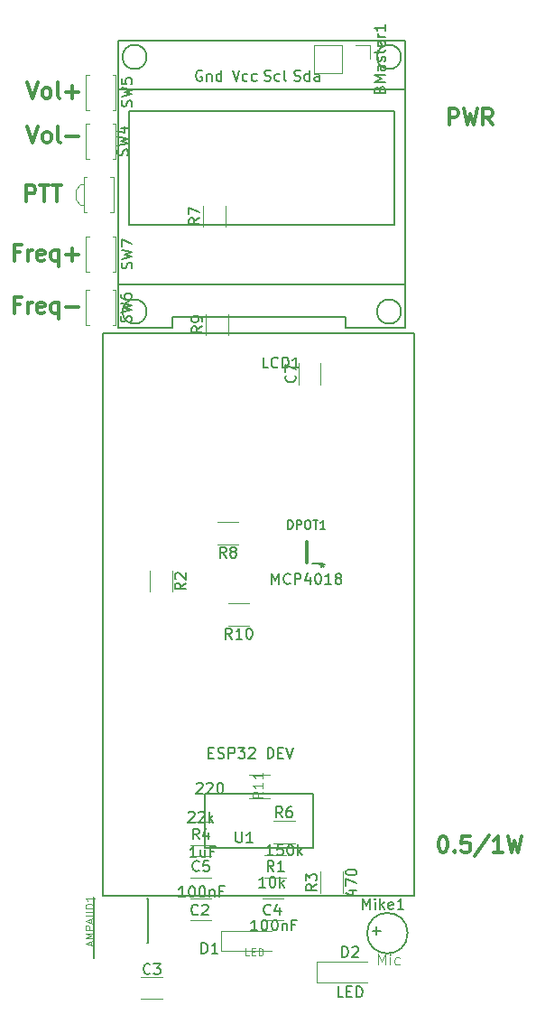
<source format=gto>
G04 #@! TF.FileFunction,Legend,Top*
%FSLAX46Y46*%
G04 Gerber Fmt 4.6, Leading zero omitted, Abs format (unit mm)*
G04 Created by KiCad (PCBNEW 4.0.4-stable) date 08/15/17 20:15:11*
%MOMM*%
%LPD*%
G01*
G04 APERTURE LIST*
%ADD10C,0.100000*%
%ADD11C,0.150000*%
%ADD12C,0.300000*%
%ADD13C,0.120000*%
%ADD14C,0.350000*%
G04 APERTURE END LIST*
D10*
D11*
X138400000Y-113502381D02*
X138400000Y-113740476D01*
X138161905Y-113645238D02*
X138400000Y-113740476D01*
X138638096Y-113645238D01*
X138257143Y-113930952D02*
X138400000Y-113740476D01*
X138542858Y-113930952D01*
D12*
X150275000Y-72453571D02*
X150275000Y-70953571D01*
X150846428Y-70953571D01*
X150989286Y-71025000D01*
X151060714Y-71096429D01*
X151132143Y-71239286D01*
X151132143Y-71453571D01*
X151060714Y-71596429D01*
X150989286Y-71667857D01*
X150846428Y-71739286D01*
X150275000Y-71739286D01*
X151632143Y-70953571D02*
X151989286Y-72453571D01*
X152275000Y-71382143D01*
X152560714Y-72453571D01*
X152917857Y-70953571D01*
X154346429Y-72453571D02*
X153846429Y-71739286D01*
X153489286Y-72453571D02*
X153489286Y-70953571D01*
X154060714Y-70953571D01*
X154203572Y-71025000D01*
X154275000Y-71096429D01*
X154346429Y-71239286D01*
X154346429Y-71453571D01*
X154275000Y-71596429D01*
X154203572Y-71667857D01*
X154060714Y-71739286D01*
X153489286Y-71739286D01*
X149650000Y-139153571D02*
X149792857Y-139153571D01*
X149935714Y-139225000D01*
X150007143Y-139296429D01*
X150078572Y-139439286D01*
X150150000Y-139725000D01*
X150150000Y-140082143D01*
X150078572Y-140367857D01*
X150007143Y-140510714D01*
X149935714Y-140582143D01*
X149792857Y-140653571D01*
X149650000Y-140653571D01*
X149507143Y-140582143D01*
X149435714Y-140510714D01*
X149364286Y-140367857D01*
X149292857Y-140082143D01*
X149292857Y-139725000D01*
X149364286Y-139439286D01*
X149435714Y-139296429D01*
X149507143Y-139225000D01*
X149650000Y-139153571D01*
X150792857Y-140510714D02*
X150864285Y-140582143D01*
X150792857Y-140653571D01*
X150721428Y-140582143D01*
X150792857Y-140510714D01*
X150792857Y-140653571D01*
X152221429Y-139153571D02*
X151507143Y-139153571D01*
X151435714Y-139867857D01*
X151507143Y-139796429D01*
X151650000Y-139725000D01*
X152007143Y-139725000D01*
X152150000Y-139796429D01*
X152221429Y-139867857D01*
X152292857Y-140010714D01*
X152292857Y-140367857D01*
X152221429Y-140510714D01*
X152150000Y-140582143D01*
X152007143Y-140653571D01*
X151650000Y-140653571D01*
X151507143Y-140582143D01*
X151435714Y-140510714D01*
X154007142Y-139082143D02*
X152721428Y-141010714D01*
X155292857Y-140653571D02*
X154435714Y-140653571D01*
X154864286Y-140653571D02*
X154864286Y-139153571D01*
X154721429Y-139367857D01*
X154578571Y-139510714D01*
X154435714Y-139582143D01*
X155792857Y-139153571D02*
X156150000Y-140653571D01*
X156435714Y-139582143D01*
X156721428Y-140653571D01*
X157078571Y-139153571D01*
X110000001Y-89317857D02*
X109500001Y-89317857D01*
X109500001Y-90103571D02*
X109500001Y-88603571D01*
X110214287Y-88603571D01*
X110785715Y-90103571D02*
X110785715Y-89103571D01*
X110785715Y-89389286D02*
X110857143Y-89246429D01*
X110928572Y-89175000D01*
X111071429Y-89103571D01*
X111214286Y-89103571D01*
X112285714Y-90032143D02*
X112142857Y-90103571D01*
X111857143Y-90103571D01*
X111714286Y-90032143D01*
X111642857Y-89889286D01*
X111642857Y-89317857D01*
X111714286Y-89175000D01*
X111857143Y-89103571D01*
X112142857Y-89103571D01*
X112285714Y-89175000D01*
X112357143Y-89317857D01*
X112357143Y-89460714D01*
X111642857Y-89603571D01*
X113642857Y-89103571D02*
X113642857Y-90603571D01*
X113642857Y-90032143D02*
X113500000Y-90103571D01*
X113214286Y-90103571D01*
X113071428Y-90032143D01*
X113000000Y-89960714D01*
X112928571Y-89817857D01*
X112928571Y-89389286D01*
X113000000Y-89246429D01*
X113071428Y-89175000D01*
X113214286Y-89103571D01*
X113500000Y-89103571D01*
X113642857Y-89175000D01*
X114357143Y-89532143D02*
X115500000Y-89532143D01*
X110000001Y-84417857D02*
X109500001Y-84417857D01*
X109500001Y-85203571D02*
X109500001Y-83703571D01*
X110214287Y-83703571D01*
X110785715Y-85203571D02*
X110785715Y-84203571D01*
X110785715Y-84489286D02*
X110857143Y-84346429D01*
X110928572Y-84275000D01*
X111071429Y-84203571D01*
X111214286Y-84203571D01*
X112285714Y-85132143D02*
X112142857Y-85203571D01*
X111857143Y-85203571D01*
X111714286Y-85132143D01*
X111642857Y-84989286D01*
X111642857Y-84417857D01*
X111714286Y-84275000D01*
X111857143Y-84203571D01*
X112142857Y-84203571D01*
X112285714Y-84275000D01*
X112357143Y-84417857D01*
X112357143Y-84560714D01*
X111642857Y-84703571D01*
X113642857Y-84203571D02*
X113642857Y-85703571D01*
X113642857Y-85132143D02*
X113500000Y-85203571D01*
X113214286Y-85203571D01*
X113071428Y-85132143D01*
X113000000Y-85060714D01*
X112928571Y-84917857D01*
X112928571Y-84489286D01*
X113000000Y-84346429D01*
X113071428Y-84275000D01*
X113214286Y-84203571D01*
X113500000Y-84203571D01*
X113642857Y-84275000D01*
X114357143Y-84632143D02*
X115500000Y-84632143D01*
X114928571Y-85203571D02*
X114928571Y-84060714D01*
X110614286Y-79628571D02*
X110614286Y-78128571D01*
X111185714Y-78128571D01*
X111328572Y-78200000D01*
X111400000Y-78271429D01*
X111471429Y-78414286D01*
X111471429Y-78628571D01*
X111400000Y-78771429D01*
X111328572Y-78842857D01*
X111185714Y-78914286D01*
X110614286Y-78914286D01*
X111900000Y-78128571D02*
X112757143Y-78128571D01*
X112328572Y-79628571D02*
X112328572Y-78128571D01*
X113042857Y-78128571D02*
X113900000Y-78128571D01*
X113471429Y-79628571D02*
X113471429Y-78128571D01*
X110725000Y-72603571D02*
X111225000Y-74103571D01*
X111725000Y-72603571D01*
X112439286Y-74103571D02*
X112296428Y-74032143D01*
X112225000Y-73960714D01*
X112153571Y-73817857D01*
X112153571Y-73389286D01*
X112225000Y-73246429D01*
X112296428Y-73175000D01*
X112439286Y-73103571D01*
X112653571Y-73103571D01*
X112796428Y-73175000D01*
X112867857Y-73246429D01*
X112939286Y-73389286D01*
X112939286Y-73817857D01*
X112867857Y-73960714D01*
X112796428Y-74032143D01*
X112653571Y-74103571D01*
X112439286Y-74103571D01*
X113796429Y-74103571D02*
X113653571Y-74032143D01*
X113582143Y-73889286D01*
X113582143Y-72603571D01*
X114367857Y-73532143D02*
X115510714Y-73532143D01*
X110700000Y-68478571D02*
X111200000Y-69978571D01*
X111700000Y-68478571D01*
X112414286Y-69978571D02*
X112271428Y-69907143D01*
X112200000Y-69835714D01*
X112128571Y-69692857D01*
X112128571Y-69264286D01*
X112200000Y-69121429D01*
X112271428Y-69050000D01*
X112414286Y-68978571D01*
X112628571Y-68978571D01*
X112771428Y-69050000D01*
X112842857Y-69121429D01*
X112914286Y-69264286D01*
X112914286Y-69692857D01*
X112842857Y-69835714D01*
X112771428Y-69907143D01*
X112628571Y-69978571D01*
X112414286Y-69978571D01*
X113771429Y-69978571D02*
X113628571Y-69907143D01*
X113557143Y-69764286D01*
X113557143Y-68478571D01*
X114342857Y-69407143D02*
X115485714Y-69407143D01*
X114914285Y-69978571D02*
X114914285Y-68835714D01*
D13*
X126000000Y-147020000D02*
X128000000Y-147020000D01*
X128000000Y-144980000D02*
X126000000Y-144980000D01*
X134750000Y-144980000D02*
X132750000Y-144980000D01*
X132750000Y-147020000D02*
X134750000Y-147020000D01*
X128000000Y-140980000D02*
X126000000Y-140980000D01*
X126000000Y-143020000D02*
X128000000Y-143020000D01*
X128900000Y-148050000D02*
X128900000Y-149950000D01*
X128900000Y-149950000D02*
X133600000Y-149950000D01*
X128900000Y-148050000D02*
X133600000Y-148050000D01*
D11*
X140586000Y-91500000D02*
X146174000Y-91500000D01*
X119250000Y-91500000D02*
X124330000Y-91500000D01*
X124330000Y-91500000D02*
X124330000Y-90484000D01*
X124330000Y-90484000D02*
X140586000Y-90484000D01*
X140586000Y-90484000D02*
X140586000Y-91500000D01*
X120266000Y-71180000D02*
X145158000Y-71180000D01*
X145158000Y-71180000D02*
X145158000Y-81848000D01*
X145158000Y-81848000D02*
X120266000Y-81848000D01*
X120266000Y-81848000D02*
X120266000Y-71180000D01*
X119250000Y-69148000D02*
X146174000Y-69148000D01*
X146174000Y-69148000D02*
X146174000Y-87436000D01*
X146174000Y-87436000D02*
X119250000Y-87436000D01*
X119250000Y-87436000D02*
X119250000Y-69148000D01*
X145785923Y-89976000D02*
G75*
G03X145785923Y-89976000I-1135923J0D01*
G01*
X121909923Y-89976000D02*
G75*
G03X121909923Y-89976000I-1135923J0D01*
G01*
X121909923Y-66100000D02*
G75*
G03X121909923Y-66100000I-1135923J0D01*
G01*
X145785923Y-66100000D02*
G75*
G03X145785923Y-66100000I-1135923J0D01*
G01*
X119250000Y-91500000D02*
X119250000Y-64576000D01*
X119250000Y-64576000D02*
X146174000Y-64576000D01*
X146174000Y-64576000D02*
X146174000Y-91500000D01*
X146397367Y-148250000D02*
G75*
G03X146397367Y-148250000I-1897367J0D01*
G01*
D13*
X135000000Y-143070000D02*
X133000000Y-143070000D01*
X133000000Y-140930000D02*
X135000000Y-140930000D01*
X122180000Y-116250000D02*
X122180000Y-114250000D01*
X124320000Y-114250000D02*
X124320000Y-116250000D01*
X140320000Y-142500000D02*
X140320000Y-144500000D01*
X138180000Y-144500000D02*
X138180000Y-142500000D01*
D11*
X147055000Y-92675000D02*
X147055000Y-92040000D01*
X147055000Y-92040000D02*
X117845000Y-92040000D01*
X117845000Y-92040000D02*
X117845000Y-92675000D01*
X117845000Y-137125000D02*
X117845000Y-92675000D01*
X147055000Y-144745000D02*
X147055000Y-92675000D01*
X117845000Y-137125000D02*
X117845000Y-144745000D01*
X117845000Y-144745000D02*
X147055000Y-144745000D01*
X127370000Y-135220000D02*
X137530000Y-135220000D01*
X137530000Y-135220000D02*
X137530000Y-140300000D01*
X137530000Y-140300000D02*
X127370000Y-140300000D01*
X127370000Y-140300000D02*
X127370000Y-135220000D01*
D13*
X126000000Y-137830000D02*
X128000000Y-137830000D01*
X128000000Y-139970000D02*
X126000000Y-139970000D01*
X135800000Y-139870000D02*
X133800000Y-139870000D01*
X133800000Y-137730000D02*
X135800000Y-137730000D01*
X123400000Y-152380000D02*
X121400000Y-152380000D01*
X121400000Y-154420000D02*
X123400000Y-154420000D01*
X136180000Y-94800000D02*
X136180000Y-96800000D01*
X138220000Y-96800000D02*
X138220000Y-94800000D01*
X129340000Y-80026000D02*
X129340000Y-82026000D01*
X127200000Y-82026000D02*
X127200000Y-80026000D01*
X128540000Y-109674000D02*
X130540000Y-109674000D01*
X130540000Y-111814000D02*
X128540000Y-111814000D01*
X129594000Y-90186000D02*
X129594000Y-92186000D01*
X127454000Y-92186000D02*
X127454000Y-90186000D01*
X129556000Y-117294000D02*
X131556000Y-117294000D01*
X131556000Y-119434000D02*
X129556000Y-119434000D01*
X115300000Y-79500000D02*
X115680000Y-80000000D01*
X115680000Y-80000000D02*
X116000000Y-80000000D01*
X115300000Y-79500000D02*
X115300000Y-78500000D01*
X115300000Y-78500000D02*
X115680000Y-78000000D01*
X115680000Y-78000000D02*
X116000000Y-78000000D01*
X118800000Y-80650000D02*
X118800000Y-77350000D01*
X118500000Y-80650000D02*
X118800000Y-80650000D01*
X118800000Y-77350000D02*
X118500000Y-77350000D01*
X116300000Y-80650000D02*
X116000000Y-80650000D01*
X116000000Y-80650000D02*
X116000000Y-77350000D01*
X116000000Y-77350000D02*
X116300000Y-77350000D01*
X118700000Y-75650000D02*
X119000000Y-75650000D01*
X119000000Y-75650000D02*
X119000000Y-72350000D01*
X119000000Y-72350000D02*
X118700000Y-72350000D01*
X116500000Y-75650000D02*
X116200000Y-75650000D01*
X116200000Y-75650000D02*
X116200000Y-72350000D01*
X116200000Y-72350000D02*
X116500000Y-72350000D01*
X116500000Y-67750000D02*
X116200000Y-67750000D01*
X116200000Y-67750000D02*
X116200000Y-71050000D01*
X116200000Y-71050000D02*
X116500000Y-71050000D01*
X118700000Y-67750000D02*
X119000000Y-67750000D01*
X119000000Y-67750000D02*
X119000000Y-71050000D01*
X119000000Y-71050000D02*
X118700000Y-71050000D01*
X118700000Y-91250000D02*
X119000000Y-91250000D01*
X119000000Y-91250000D02*
X119000000Y-87950000D01*
X119000000Y-87950000D02*
X118700000Y-87950000D01*
X116500000Y-91250000D02*
X116200000Y-91250000D01*
X116200000Y-91250000D02*
X116200000Y-87950000D01*
X116200000Y-87950000D02*
X116500000Y-87950000D01*
X116500000Y-82950000D02*
X116200000Y-82950000D01*
X116200000Y-82950000D02*
X116200000Y-86250000D01*
X116200000Y-86250000D02*
X116500000Y-86250000D01*
X118700000Y-82950000D02*
X119000000Y-82950000D01*
X119000000Y-82950000D02*
X119000000Y-86250000D01*
X119000000Y-86250000D02*
X118700000Y-86250000D01*
D11*
X138306000Y-113622000D02*
X137406000Y-113622000D01*
D14*
X136906000Y-113522000D02*
X136906000Y-111522000D01*
D13*
X140230000Y-64970000D02*
X137630000Y-64970000D01*
X137630000Y-64970000D02*
X137630000Y-67630000D01*
X137630000Y-67630000D02*
X140230000Y-67630000D01*
X140230000Y-67630000D02*
X140230000Y-64970000D01*
X141500000Y-64970000D02*
X142830000Y-64970000D01*
X142830000Y-64970000D02*
X142830000Y-66300000D01*
D11*
X116925000Y-149175000D02*
X116975000Y-149175000D01*
X116925000Y-145025000D02*
X117070000Y-145025000D01*
X122075000Y-145025000D02*
X121930000Y-145025000D01*
X122075000Y-149175000D02*
X121930000Y-149175000D01*
X116925000Y-149175000D02*
X116925000Y-145025000D01*
X122075000Y-149175000D02*
X122075000Y-145025000D01*
X116975000Y-149175000D02*
X116975000Y-150575000D01*
D13*
X137900000Y-150950000D02*
X137900000Y-152850000D01*
X137900000Y-152850000D02*
X142600000Y-152850000D01*
X137900000Y-150950000D02*
X142600000Y-150950000D01*
X133500000Y-135570000D02*
X131500000Y-135570000D01*
X131500000Y-133430000D02*
X133500000Y-133430000D01*
D11*
X126733334Y-146457143D02*
X126685715Y-146504762D01*
X126542858Y-146552381D01*
X126447620Y-146552381D01*
X126304762Y-146504762D01*
X126209524Y-146409524D01*
X126161905Y-146314286D01*
X126114286Y-146123810D01*
X126114286Y-145980952D01*
X126161905Y-145790476D01*
X126209524Y-145695238D01*
X126304762Y-145600000D01*
X126447620Y-145552381D01*
X126542858Y-145552381D01*
X126685715Y-145600000D01*
X126733334Y-145647619D01*
X127114286Y-145647619D02*
X127161905Y-145600000D01*
X127257143Y-145552381D01*
X127495239Y-145552381D01*
X127590477Y-145600000D01*
X127638096Y-145647619D01*
X127685715Y-145742857D01*
X127685715Y-145838095D01*
X127638096Y-145980952D01*
X127066667Y-146552381D01*
X127685715Y-146552381D01*
X125502381Y-144852381D02*
X124930952Y-144852381D01*
X125216666Y-144852381D02*
X125216666Y-143852381D01*
X125121428Y-143995238D01*
X125026190Y-144090476D01*
X124930952Y-144138095D01*
X126121428Y-143852381D02*
X126216667Y-143852381D01*
X126311905Y-143900000D01*
X126359524Y-143947619D01*
X126407143Y-144042857D01*
X126454762Y-144233333D01*
X126454762Y-144471429D01*
X126407143Y-144661905D01*
X126359524Y-144757143D01*
X126311905Y-144804762D01*
X126216667Y-144852381D01*
X126121428Y-144852381D01*
X126026190Y-144804762D01*
X125978571Y-144757143D01*
X125930952Y-144661905D01*
X125883333Y-144471429D01*
X125883333Y-144233333D01*
X125930952Y-144042857D01*
X125978571Y-143947619D01*
X126026190Y-143900000D01*
X126121428Y-143852381D01*
X127073809Y-143852381D02*
X127169048Y-143852381D01*
X127264286Y-143900000D01*
X127311905Y-143947619D01*
X127359524Y-144042857D01*
X127407143Y-144233333D01*
X127407143Y-144471429D01*
X127359524Y-144661905D01*
X127311905Y-144757143D01*
X127264286Y-144804762D01*
X127169048Y-144852381D01*
X127073809Y-144852381D01*
X126978571Y-144804762D01*
X126930952Y-144757143D01*
X126883333Y-144661905D01*
X126835714Y-144471429D01*
X126835714Y-144233333D01*
X126883333Y-144042857D01*
X126930952Y-143947619D01*
X126978571Y-143900000D01*
X127073809Y-143852381D01*
X127835714Y-144185714D02*
X127835714Y-144852381D01*
X127835714Y-144280952D02*
X127883333Y-144233333D01*
X127978571Y-144185714D01*
X128121429Y-144185714D01*
X128216667Y-144233333D01*
X128264286Y-144328571D01*
X128264286Y-144852381D01*
X129073810Y-144328571D02*
X128740476Y-144328571D01*
X128740476Y-144852381D02*
X128740476Y-143852381D01*
X129216667Y-143852381D01*
X133533334Y-146457143D02*
X133485715Y-146504762D01*
X133342858Y-146552381D01*
X133247620Y-146552381D01*
X133104762Y-146504762D01*
X133009524Y-146409524D01*
X132961905Y-146314286D01*
X132914286Y-146123810D01*
X132914286Y-145980952D01*
X132961905Y-145790476D01*
X133009524Y-145695238D01*
X133104762Y-145600000D01*
X133247620Y-145552381D01*
X133342858Y-145552381D01*
X133485715Y-145600000D01*
X133533334Y-145647619D01*
X134390477Y-145885714D02*
X134390477Y-146552381D01*
X134152381Y-145504762D02*
X133914286Y-146219048D01*
X134533334Y-146219048D01*
X132302381Y-148002381D02*
X131730952Y-148002381D01*
X132016666Y-148002381D02*
X132016666Y-147002381D01*
X131921428Y-147145238D01*
X131826190Y-147240476D01*
X131730952Y-147288095D01*
X132921428Y-147002381D02*
X133016667Y-147002381D01*
X133111905Y-147050000D01*
X133159524Y-147097619D01*
X133207143Y-147192857D01*
X133254762Y-147383333D01*
X133254762Y-147621429D01*
X133207143Y-147811905D01*
X133159524Y-147907143D01*
X133111905Y-147954762D01*
X133016667Y-148002381D01*
X132921428Y-148002381D01*
X132826190Y-147954762D01*
X132778571Y-147907143D01*
X132730952Y-147811905D01*
X132683333Y-147621429D01*
X132683333Y-147383333D01*
X132730952Y-147192857D01*
X132778571Y-147097619D01*
X132826190Y-147050000D01*
X132921428Y-147002381D01*
X133873809Y-147002381D02*
X133969048Y-147002381D01*
X134064286Y-147050000D01*
X134111905Y-147097619D01*
X134159524Y-147192857D01*
X134207143Y-147383333D01*
X134207143Y-147621429D01*
X134159524Y-147811905D01*
X134111905Y-147907143D01*
X134064286Y-147954762D01*
X133969048Y-148002381D01*
X133873809Y-148002381D01*
X133778571Y-147954762D01*
X133730952Y-147907143D01*
X133683333Y-147811905D01*
X133635714Y-147621429D01*
X133635714Y-147383333D01*
X133683333Y-147192857D01*
X133730952Y-147097619D01*
X133778571Y-147050000D01*
X133873809Y-147002381D01*
X134635714Y-147335714D02*
X134635714Y-148002381D01*
X134635714Y-147430952D02*
X134683333Y-147383333D01*
X134778571Y-147335714D01*
X134921429Y-147335714D01*
X135016667Y-147383333D01*
X135064286Y-147478571D01*
X135064286Y-148002381D01*
X135873810Y-147478571D02*
X135540476Y-147478571D01*
X135540476Y-148002381D02*
X135540476Y-147002381D01*
X136016667Y-147002381D01*
X126833334Y-142357143D02*
X126785715Y-142404762D01*
X126642858Y-142452381D01*
X126547620Y-142452381D01*
X126404762Y-142404762D01*
X126309524Y-142309524D01*
X126261905Y-142214286D01*
X126214286Y-142023810D01*
X126214286Y-141880952D01*
X126261905Y-141690476D01*
X126309524Y-141595238D01*
X126404762Y-141500000D01*
X126547620Y-141452381D01*
X126642858Y-141452381D01*
X126785715Y-141500000D01*
X126833334Y-141547619D01*
X127738096Y-141452381D02*
X127261905Y-141452381D01*
X127214286Y-141928571D01*
X127261905Y-141880952D01*
X127357143Y-141833333D01*
X127595239Y-141833333D01*
X127690477Y-141880952D01*
X127738096Y-141928571D01*
X127785715Y-142023810D01*
X127785715Y-142261905D01*
X127738096Y-142357143D01*
X127690477Y-142404762D01*
X127595239Y-142452381D01*
X127357143Y-142452381D01*
X127261905Y-142404762D01*
X127214286Y-142357143D01*
X126554762Y-141102381D02*
X125983333Y-141102381D01*
X126269047Y-141102381D02*
X126269047Y-140102381D01*
X126173809Y-140245238D01*
X126078571Y-140340476D01*
X125983333Y-140388095D01*
X127411905Y-140435714D02*
X127411905Y-141102381D01*
X126983333Y-140435714D02*
X126983333Y-140959524D01*
X127030952Y-141054762D01*
X127126190Y-141102381D01*
X127269048Y-141102381D01*
X127364286Y-141054762D01*
X127411905Y-141007143D01*
X128221429Y-140578571D02*
X127888095Y-140578571D01*
X127888095Y-141102381D02*
X127888095Y-140102381D01*
X128364286Y-140102381D01*
X127061905Y-150152381D02*
X127061905Y-149152381D01*
X127300000Y-149152381D01*
X127442858Y-149200000D01*
X127538096Y-149295238D01*
X127585715Y-149390476D01*
X127633334Y-149580952D01*
X127633334Y-149723810D01*
X127585715Y-149914286D01*
X127538096Y-150009524D01*
X127442858Y-150104762D01*
X127300000Y-150152381D01*
X127061905Y-150152381D01*
X128585715Y-150152381D02*
X128014286Y-150152381D01*
X128300000Y-150152381D02*
X128300000Y-149152381D01*
X128204762Y-149295238D01*
X128109524Y-149390476D01*
X128014286Y-149438095D01*
D10*
X131550000Y-150366667D02*
X131216667Y-150366667D01*
X131216667Y-149666667D01*
X131783334Y-150000000D02*
X132016667Y-150000000D01*
X132116667Y-150366667D02*
X131783334Y-150366667D01*
X131783334Y-149666667D01*
X132116667Y-149666667D01*
X132416667Y-150366667D02*
X132416667Y-149666667D01*
X132583333Y-149666667D01*
X132683333Y-149700000D01*
X132750000Y-149766667D01*
X132783333Y-149833333D01*
X132816667Y-149966667D01*
X132816667Y-150066667D01*
X132783333Y-150200000D01*
X132750000Y-150266667D01*
X132683333Y-150333333D01*
X132583333Y-150366667D01*
X132416667Y-150366667D01*
D11*
X133323334Y-95254381D02*
X132847143Y-95254381D01*
X132847143Y-94254381D01*
X134228096Y-95159143D02*
X134180477Y-95206762D01*
X134037620Y-95254381D01*
X133942382Y-95254381D01*
X133799524Y-95206762D01*
X133704286Y-95111524D01*
X133656667Y-95016286D01*
X133609048Y-94825810D01*
X133609048Y-94682952D01*
X133656667Y-94492476D01*
X133704286Y-94397238D01*
X133799524Y-94302000D01*
X133942382Y-94254381D01*
X134037620Y-94254381D01*
X134180477Y-94302000D01*
X134228096Y-94349619D01*
X134656667Y-95254381D02*
X134656667Y-94254381D01*
X134894762Y-94254381D01*
X135037620Y-94302000D01*
X135132858Y-94397238D01*
X135180477Y-94492476D01*
X135228096Y-94682952D01*
X135228096Y-94825810D01*
X135180477Y-95016286D01*
X135132858Y-95111524D01*
X135037620Y-95206762D01*
X134894762Y-95254381D01*
X134656667Y-95254381D01*
X136180477Y-95254381D02*
X135609048Y-95254381D01*
X135894762Y-95254381D02*
X135894762Y-94254381D01*
X135799524Y-94397238D01*
X135704286Y-94492476D01*
X135609048Y-94540095D01*
X135759524Y-68304762D02*
X135902381Y-68352381D01*
X136140477Y-68352381D01*
X136235715Y-68304762D01*
X136283334Y-68257143D01*
X136330953Y-68161905D01*
X136330953Y-68066667D01*
X136283334Y-67971429D01*
X136235715Y-67923810D01*
X136140477Y-67876190D01*
X135950000Y-67828571D01*
X135854762Y-67780952D01*
X135807143Y-67733333D01*
X135759524Y-67638095D01*
X135759524Y-67542857D01*
X135807143Y-67447619D01*
X135854762Y-67400000D01*
X135950000Y-67352381D01*
X136188096Y-67352381D01*
X136330953Y-67400000D01*
X137188096Y-68352381D02*
X137188096Y-67352381D01*
X137188096Y-68304762D02*
X137092858Y-68352381D01*
X136902381Y-68352381D01*
X136807143Y-68304762D01*
X136759524Y-68257143D01*
X136711905Y-68161905D01*
X136711905Y-67876190D01*
X136759524Y-67780952D01*
X136807143Y-67733333D01*
X136902381Y-67685714D01*
X137092858Y-67685714D01*
X137188096Y-67733333D01*
X138092858Y-68352381D02*
X138092858Y-67828571D01*
X138045239Y-67733333D01*
X137950001Y-67685714D01*
X137759524Y-67685714D01*
X137664286Y-67733333D01*
X138092858Y-68304762D02*
X137997620Y-68352381D01*
X137759524Y-68352381D01*
X137664286Y-68304762D01*
X137616667Y-68209524D01*
X137616667Y-68114286D01*
X137664286Y-68019048D01*
X137759524Y-67971429D01*
X137997620Y-67971429D01*
X138092858Y-67923810D01*
X132973809Y-68304762D02*
X133116666Y-68352381D01*
X133354762Y-68352381D01*
X133450000Y-68304762D01*
X133497619Y-68257143D01*
X133545238Y-68161905D01*
X133545238Y-68066667D01*
X133497619Y-67971429D01*
X133450000Y-67923810D01*
X133354762Y-67876190D01*
X133164285Y-67828571D01*
X133069047Y-67780952D01*
X133021428Y-67733333D01*
X132973809Y-67638095D01*
X132973809Y-67542857D01*
X133021428Y-67447619D01*
X133069047Y-67400000D01*
X133164285Y-67352381D01*
X133402381Y-67352381D01*
X133545238Y-67400000D01*
X134402381Y-68304762D02*
X134307143Y-68352381D01*
X134116666Y-68352381D01*
X134021428Y-68304762D01*
X133973809Y-68257143D01*
X133926190Y-68161905D01*
X133926190Y-67876190D01*
X133973809Y-67780952D01*
X134021428Y-67733333D01*
X134116666Y-67685714D01*
X134307143Y-67685714D01*
X134402381Y-67733333D01*
X134973809Y-68352381D02*
X134878571Y-68304762D01*
X134830952Y-68209524D01*
X134830952Y-67352381D01*
X129959524Y-67352381D02*
X130292857Y-68352381D01*
X130626191Y-67352381D01*
X131388096Y-68304762D02*
X131292858Y-68352381D01*
X131102381Y-68352381D01*
X131007143Y-68304762D01*
X130959524Y-68257143D01*
X130911905Y-68161905D01*
X130911905Y-67876190D01*
X130959524Y-67780952D01*
X131007143Y-67733333D01*
X131102381Y-67685714D01*
X131292858Y-67685714D01*
X131388096Y-67733333D01*
X132245239Y-68304762D02*
X132150001Y-68352381D01*
X131959524Y-68352381D01*
X131864286Y-68304762D01*
X131816667Y-68257143D01*
X131769048Y-68161905D01*
X131769048Y-67876190D01*
X131816667Y-67780952D01*
X131864286Y-67733333D01*
X131959524Y-67685714D01*
X132150001Y-67685714D01*
X132245239Y-67733333D01*
X127107143Y-67400000D02*
X127011905Y-67352381D01*
X126869048Y-67352381D01*
X126726190Y-67400000D01*
X126630952Y-67495238D01*
X126583333Y-67590476D01*
X126535714Y-67780952D01*
X126535714Y-67923810D01*
X126583333Y-68114286D01*
X126630952Y-68209524D01*
X126726190Y-68304762D01*
X126869048Y-68352381D01*
X126964286Y-68352381D01*
X127107143Y-68304762D01*
X127154762Y-68257143D01*
X127154762Y-67923810D01*
X126964286Y-67923810D01*
X127583333Y-67685714D02*
X127583333Y-68352381D01*
X127583333Y-67780952D02*
X127630952Y-67733333D01*
X127726190Y-67685714D01*
X127869048Y-67685714D01*
X127964286Y-67733333D01*
X128011905Y-67828571D01*
X128011905Y-68352381D01*
X128916667Y-68352381D02*
X128916667Y-67352381D01*
X128916667Y-68304762D02*
X128821429Y-68352381D01*
X128630952Y-68352381D01*
X128535714Y-68304762D01*
X128488095Y-68257143D01*
X128440476Y-68161905D01*
X128440476Y-67876190D01*
X128488095Y-67780952D01*
X128535714Y-67733333D01*
X128630952Y-67685714D01*
X128821429Y-67685714D01*
X128916667Y-67733333D01*
X142219048Y-146002381D02*
X142219048Y-145002381D01*
X142552382Y-145716667D01*
X142885715Y-145002381D01*
X142885715Y-146002381D01*
X143361905Y-146002381D02*
X143361905Y-145335714D01*
X143361905Y-145002381D02*
X143314286Y-145050000D01*
X143361905Y-145097619D01*
X143409524Y-145050000D01*
X143361905Y-145002381D01*
X143361905Y-145097619D01*
X143838095Y-146002381D02*
X143838095Y-145002381D01*
X143933333Y-145621429D02*
X144219048Y-146002381D01*
X144219048Y-145335714D02*
X143838095Y-145716667D01*
X145028572Y-145954762D02*
X144933334Y-146002381D01*
X144742857Y-146002381D01*
X144647619Y-145954762D01*
X144600000Y-145859524D01*
X144600000Y-145478571D01*
X144647619Y-145383333D01*
X144742857Y-145335714D01*
X144933334Y-145335714D01*
X145028572Y-145383333D01*
X145076191Y-145478571D01*
X145076191Y-145573810D01*
X144600000Y-145669048D01*
X146028572Y-146002381D02*
X145457143Y-146002381D01*
X145742857Y-146002381D02*
X145742857Y-145002381D01*
X145647619Y-145145238D01*
X145552381Y-145240476D01*
X145457143Y-145288095D01*
D10*
X143600000Y-151202381D02*
X143600000Y-150202381D01*
X143933334Y-150916667D01*
X144266667Y-150202381D01*
X144266667Y-151202381D01*
X144742857Y-151202381D02*
X144742857Y-150535714D01*
X144742857Y-150202381D02*
X144695238Y-150250000D01*
X144742857Y-150297619D01*
X144790476Y-150250000D01*
X144742857Y-150202381D01*
X144742857Y-150297619D01*
X145647619Y-151154762D02*
X145552381Y-151202381D01*
X145361904Y-151202381D01*
X145266666Y-151154762D01*
X145219047Y-151107143D01*
X145171428Y-151011905D01*
X145171428Y-150726190D01*
X145219047Y-150630952D01*
X145266666Y-150583333D01*
X145361904Y-150535714D01*
X145552381Y-150535714D01*
X145647619Y-150583333D01*
D11*
X143119048Y-148021429D02*
X143880953Y-148021429D01*
X143500001Y-148402381D02*
X143500001Y-147640476D01*
X133833334Y-142452381D02*
X133500000Y-141976190D01*
X133261905Y-142452381D02*
X133261905Y-141452381D01*
X133642858Y-141452381D01*
X133738096Y-141500000D01*
X133785715Y-141547619D01*
X133833334Y-141642857D01*
X133833334Y-141785714D01*
X133785715Y-141880952D01*
X133738096Y-141928571D01*
X133642858Y-141976190D01*
X133261905Y-141976190D01*
X134785715Y-142452381D02*
X134214286Y-142452381D01*
X134500000Y-142452381D02*
X134500000Y-141452381D01*
X134404762Y-141595238D01*
X134309524Y-141690476D01*
X134214286Y-141738095D01*
X133054762Y-143952381D02*
X132483333Y-143952381D01*
X132769047Y-143952381D02*
X132769047Y-142952381D01*
X132673809Y-143095238D01*
X132578571Y-143190476D01*
X132483333Y-143238095D01*
X133673809Y-142952381D02*
X133769048Y-142952381D01*
X133864286Y-143000000D01*
X133911905Y-143047619D01*
X133959524Y-143142857D01*
X134007143Y-143333333D01*
X134007143Y-143571429D01*
X133959524Y-143761905D01*
X133911905Y-143857143D01*
X133864286Y-143904762D01*
X133769048Y-143952381D01*
X133673809Y-143952381D01*
X133578571Y-143904762D01*
X133530952Y-143857143D01*
X133483333Y-143761905D01*
X133435714Y-143571429D01*
X133435714Y-143333333D01*
X133483333Y-143142857D01*
X133530952Y-143047619D01*
X133578571Y-143000000D01*
X133673809Y-142952381D01*
X134435714Y-143952381D02*
X134435714Y-142952381D01*
X134530952Y-143571429D02*
X134816667Y-143952381D01*
X134816667Y-143285714D02*
X134435714Y-143666667D01*
X125552381Y-115416666D02*
X125076190Y-115750000D01*
X125552381Y-115988095D02*
X124552381Y-115988095D01*
X124552381Y-115607142D01*
X124600000Y-115511904D01*
X124647619Y-115464285D01*
X124742857Y-115416666D01*
X124885714Y-115416666D01*
X124980952Y-115464285D01*
X125028571Y-115511904D01*
X125076190Y-115607142D01*
X125076190Y-115988095D01*
X124647619Y-115035714D02*
X124600000Y-114988095D01*
X124552381Y-114892857D01*
X124552381Y-114654761D01*
X124600000Y-114559523D01*
X124647619Y-114511904D01*
X124742857Y-114464285D01*
X124838095Y-114464285D01*
X124980952Y-114511904D01*
X125552381Y-115083333D01*
X125552381Y-114464285D01*
X137852381Y-143666666D02*
X137376190Y-144000000D01*
X137852381Y-144238095D02*
X136852381Y-144238095D01*
X136852381Y-143857142D01*
X136900000Y-143761904D01*
X136947619Y-143714285D01*
X137042857Y-143666666D01*
X137185714Y-143666666D01*
X137280952Y-143714285D01*
X137328571Y-143761904D01*
X137376190Y-143857142D01*
X137376190Y-144238095D01*
X136852381Y-143333333D02*
X136852381Y-142714285D01*
X137233333Y-143047619D01*
X137233333Y-142904761D01*
X137280952Y-142809523D01*
X137328571Y-142761904D01*
X137423810Y-142714285D01*
X137661905Y-142714285D01*
X137757143Y-142761904D01*
X137804762Y-142809523D01*
X137852381Y-142904761D01*
X137852381Y-143190476D01*
X137804762Y-143285714D01*
X137757143Y-143333333D01*
X140935714Y-144261904D02*
X141602381Y-144261904D01*
X140554762Y-144500000D02*
X141269048Y-144738095D01*
X141269048Y-144119047D01*
X140602381Y-143833333D02*
X140602381Y-143166666D01*
X141602381Y-143595238D01*
X140602381Y-142595238D02*
X140602381Y-142499999D01*
X140650000Y-142404761D01*
X140697619Y-142357142D01*
X140792857Y-142309523D01*
X140983333Y-142261904D01*
X141221429Y-142261904D01*
X141411905Y-142309523D01*
X141507143Y-142357142D01*
X141554762Y-142404761D01*
X141602381Y-142499999D01*
X141602381Y-142595238D01*
X141554762Y-142690476D01*
X141507143Y-142738095D01*
X141411905Y-142785714D01*
X141221429Y-142833333D01*
X140983333Y-142833333D01*
X140792857Y-142785714D01*
X140697619Y-142738095D01*
X140650000Y-142690476D01*
X140602381Y-142595238D01*
X130288095Y-138752381D02*
X130288095Y-139561905D01*
X130335714Y-139657143D01*
X130383333Y-139704762D01*
X130478571Y-139752381D01*
X130669048Y-139752381D01*
X130764286Y-139704762D01*
X130811905Y-139657143D01*
X130859524Y-139561905D01*
X130859524Y-138752381D01*
X131859524Y-139752381D02*
X131288095Y-139752381D01*
X131573809Y-139752381D02*
X131573809Y-138752381D01*
X131478571Y-138895238D01*
X131383333Y-138990476D01*
X131288095Y-139038095D01*
X127745238Y-131328571D02*
X128078572Y-131328571D01*
X128221429Y-131852381D02*
X127745238Y-131852381D01*
X127745238Y-130852381D01*
X128221429Y-130852381D01*
X128602381Y-131804762D02*
X128745238Y-131852381D01*
X128983334Y-131852381D01*
X129078572Y-131804762D01*
X129126191Y-131757143D01*
X129173810Y-131661905D01*
X129173810Y-131566667D01*
X129126191Y-131471429D01*
X129078572Y-131423810D01*
X128983334Y-131376190D01*
X128792857Y-131328571D01*
X128697619Y-131280952D01*
X128650000Y-131233333D01*
X128602381Y-131138095D01*
X128602381Y-131042857D01*
X128650000Y-130947619D01*
X128697619Y-130900000D01*
X128792857Y-130852381D01*
X129030953Y-130852381D01*
X129173810Y-130900000D01*
X129602381Y-131852381D02*
X129602381Y-130852381D01*
X129983334Y-130852381D01*
X130078572Y-130900000D01*
X130126191Y-130947619D01*
X130173810Y-131042857D01*
X130173810Y-131185714D01*
X130126191Y-131280952D01*
X130078572Y-131328571D01*
X129983334Y-131376190D01*
X129602381Y-131376190D01*
X130507143Y-130852381D02*
X131126191Y-130852381D01*
X130792857Y-131233333D01*
X130935715Y-131233333D01*
X131030953Y-131280952D01*
X131078572Y-131328571D01*
X131126191Y-131423810D01*
X131126191Y-131661905D01*
X131078572Y-131757143D01*
X131030953Y-131804762D01*
X130935715Y-131852381D01*
X130650000Y-131852381D01*
X130554762Y-131804762D01*
X130507143Y-131757143D01*
X131507143Y-130947619D02*
X131554762Y-130900000D01*
X131650000Y-130852381D01*
X131888096Y-130852381D01*
X131983334Y-130900000D01*
X132030953Y-130947619D01*
X132078572Y-131042857D01*
X132078572Y-131138095D01*
X132030953Y-131280952D01*
X131459524Y-131852381D01*
X132078572Y-131852381D01*
X133269048Y-131852381D02*
X133269048Y-130852381D01*
X133507143Y-130852381D01*
X133650001Y-130900000D01*
X133745239Y-130995238D01*
X133792858Y-131090476D01*
X133840477Y-131280952D01*
X133840477Y-131423810D01*
X133792858Y-131614286D01*
X133745239Y-131709524D01*
X133650001Y-131804762D01*
X133507143Y-131852381D01*
X133269048Y-131852381D01*
X134269048Y-131328571D02*
X134602382Y-131328571D01*
X134745239Y-131852381D02*
X134269048Y-131852381D01*
X134269048Y-130852381D01*
X134745239Y-130852381D01*
X135030953Y-130852381D02*
X135364286Y-131852381D01*
X135697620Y-130852381D01*
X126833334Y-139452381D02*
X126500000Y-138976190D01*
X126261905Y-139452381D02*
X126261905Y-138452381D01*
X126642858Y-138452381D01*
X126738096Y-138500000D01*
X126785715Y-138547619D01*
X126833334Y-138642857D01*
X126833334Y-138785714D01*
X126785715Y-138880952D01*
X126738096Y-138928571D01*
X126642858Y-138976190D01*
X126261905Y-138976190D01*
X127690477Y-138785714D02*
X127690477Y-139452381D01*
X127452381Y-138404762D02*
X127214286Y-139119048D01*
X127833334Y-139119048D01*
X125833333Y-136947619D02*
X125880952Y-136900000D01*
X125976190Y-136852381D01*
X126214286Y-136852381D01*
X126309524Y-136900000D01*
X126357143Y-136947619D01*
X126404762Y-137042857D01*
X126404762Y-137138095D01*
X126357143Y-137280952D01*
X125785714Y-137852381D01*
X126404762Y-137852381D01*
X126785714Y-136947619D02*
X126833333Y-136900000D01*
X126928571Y-136852381D01*
X127166667Y-136852381D01*
X127261905Y-136900000D01*
X127309524Y-136947619D01*
X127357143Y-137042857D01*
X127357143Y-137138095D01*
X127309524Y-137280952D01*
X126738095Y-137852381D01*
X127357143Y-137852381D01*
X127785714Y-137852381D02*
X127785714Y-136852381D01*
X127880952Y-137471429D02*
X128166667Y-137852381D01*
X128166667Y-137185714D02*
X127785714Y-137566667D01*
X134633334Y-137402381D02*
X134300000Y-136926190D01*
X134061905Y-137402381D02*
X134061905Y-136402381D01*
X134442858Y-136402381D01*
X134538096Y-136450000D01*
X134585715Y-136497619D01*
X134633334Y-136592857D01*
X134633334Y-136735714D01*
X134585715Y-136830952D01*
X134538096Y-136878571D01*
X134442858Y-136926190D01*
X134061905Y-136926190D01*
X135490477Y-136402381D02*
X135300000Y-136402381D01*
X135204762Y-136450000D01*
X135157143Y-136497619D01*
X135061905Y-136640476D01*
X135014286Y-136830952D01*
X135014286Y-137211905D01*
X135061905Y-137307143D01*
X135109524Y-137354762D01*
X135204762Y-137402381D01*
X135395239Y-137402381D01*
X135490477Y-137354762D01*
X135538096Y-137307143D01*
X135585715Y-137211905D01*
X135585715Y-136973810D01*
X135538096Y-136878571D01*
X135490477Y-136830952D01*
X135395239Y-136783333D01*
X135204762Y-136783333D01*
X135109524Y-136830952D01*
X135061905Y-136878571D01*
X135014286Y-136973810D01*
X133778572Y-140952381D02*
X133207143Y-140952381D01*
X133492857Y-140952381D02*
X133492857Y-139952381D01*
X133397619Y-140095238D01*
X133302381Y-140190476D01*
X133207143Y-140238095D01*
X134683334Y-139952381D02*
X134207143Y-139952381D01*
X134159524Y-140428571D01*
X134207143Y-140380952D01*
X134302381Y-140333333D01*
X134540477Y-140333333D01*
X134635715Y-140380952D01*
X134683334Y-140428571D01*
X134730953Y-140523810D01*
X134730953Y-140761905D01*
X134683334Y-140857143D01*
X134635715Y-140904762D01*
X134540477Y-140952381D01*
X134302381Y-140952381D01*
X134207143Y-140904762D01*
X134159524Y-140857143D01*
X135350000Y-139952381D02*
X135445239Y-139952381D01*
X135540477Y-140000000D01*
X135588096Y-140047619D01*
X135635715Y-140142857D01*
X135683334Y-140333333D01*
X135683334Y-140571429D01*
X135635715Y-140761905D01*
X135588096Y-140857143D01*
X135540477Y-140904762D01*
X135445239Y-140952381D01*
X135350000Y-140952381D01*
X135254762Y-140904762D01*
X135207143Y-140857143D01*
X135159524Y-140761905D01*
X135111905Y-140571429D01*
X135111905Y-140333333D01*
X135159524Y-140142857D01*
X135207143Y-140047619D01*
X135254762Y-140000000D01*
X135350000Y-139952381D01*
X136111905Y-140952381D02*
X136111905Y-139952381D01*
X136207143Y-140571429D02*
X136492858Y-140952381D01*
X136492858Y-140285714D02*
X136111905Y-140666667D01*
X122233334Y-152007143D02*
X122185715Y-152054762D01*
X122042858Y-152102381D01*
X121947620Y-152102381D01*
X121804762Y-152054762D01*
X121709524Y-151959524D01*
X121661905Y-151864286D01*
X121614286Y-151673810D01*
X121614286Y-151530952D01*
X121661905Y-151340476D01*
X121709524Y-151245238D01*
X121804762Y-151150000D01*
X121947620Y-151102381D01*
X122042858Y-151102381D01*
X122185715Y-151150000D01*
X122233334Y-151197619D01*
X122566667Y-151102381D02*
X123185715Y-151102381D01*
X122852381Y-151483333D01*
X122995239Y-151483333D01*
X123090477Y-151530952D01*
X123138096Y-151578571D01*
X123185715Y-151673810D01*
X123185715Y-151911905D01*
X123138096Y-152007143D01*
X123090477Y-152054762D01*
X122995239Y-152102381D01*
X122709524Y-152102381D01*
X122614286Y-152054762D01*
X122566667Y-152007143D01*
X135807143Y-95966666D02*
X135854762Y-96014285D01*
X135902381Y-96157142D01*
X135902381Y-96252380D01*
X135854762Y-96395238D01*
X135759524Y-96490476D01*
X135664286Y-96538095D01*
X135473810Y-96585714D01*
X135330952Y-96585714D01*
X135140476Y-96538095D01*
X135045238Y-96490476D01*
X134950000Y-96395238D01*
X134902381Y-96252380D01*
X134902381Y-96157142D01*
X134950000Y-96014285D01*
X134997619Y-95966666D01*
X134902381Y-95633333D02*
X134902381Y-94966666D01*
X135902381Y-95395238D01*
X126872381Y-81192666D02*
X126396190Y-81526000D01*
X126872381Y-81764095D02*
X125872381Y-81764095D01*
X125872381Y-81383142D01*
X125920000Y-81287904D01*
X125967619Y-81240285D01*
X126062857Y-81192666D01*
X126205714Y-81192666D01*
X126300952Y-81240285D01*
X126348571Y-81287904D01*
X126396190Y-81383142D01*
X126396190Y-81764095D01*
X125872381Y-80859333D02*
X125872381Y-80192666D01*
X126872381Y-80621238D01*
X129373334Y-113046381D02*
X129040000Y-112570190D01*
X128801905Y-113046381D02*
X128801905Y-112046381D01*
X129182858Y-112046381D01*
X129278096Y-112094000D01*
X129325715Y-112141619D01*
X129373334Y-112236857D01*
X129373334Y-112379714D01*
X129325715Y-112474952D01*
X129278096Y-112522571D01*
X129182858Y-112570190D01*
X128801905Y-112570190D01*
X129944762Y-112474952D02*
X129849524Y-112427333D01*
X129801905Y-112379714D01*
X129754286Y-112284476D01*
X129754286Y-112236857D01*
X129801905Y-112141619D01*
X129849524Y-112094000D01*
X129944762Y-112046381D01*
X130135239Y-112046381D01*
X130230477Y-112094000D01*
X130278096Y-112141619D01*
X130325715Y-112236857D01*
X130325715Y-112284476D01*
X130278096Y-112379714D01*
X130230477Y-112427333D01*
X130135239Y-112474952D01*
X129944762Y-112474952D01*
X129849524Y-112522571D01*
X129801905Y-112570190D01*
X129754286Y-112665429D01*
X129754286Y-112855905D01*
X129801905Y-112951143D01*
X129849524Y-112998762D01*
X129944762Y-113046381D01*
X130135239Y-113046381D01*
X130230477Y-112998762D01*
X130278096Y-112951143D01*
X130325715Y-112855905D01*
X130325715Y-112665429D01*
X130278096Y-112570190D01*
X130230477Y-112522571D01*
X130135239Y-112474952D01*
X127126381Y-91352666D02*
X126650190Y-91686000D01*
X127126381Y-91924095D02*
X126126381Y-91924095D01*
X126126381Y-91543142D01*
X126174000Y-91447904D01*
X126221619Y-91400285D01*
X126316857Y-91352666D01*
X126459714Y-91352666D01*
X126554952Y-91400285D01*
X126602571Y-91447904D01*
X126650190Y-91543142D01*
X126650190Y-91924095D01*
X127126381Y-90876476D02*
X127126381Y-90686000D01*
X127078762Y-90590761D01*
X127031143Y-90543142D01*
X126888286Y-90447904D01*
X126697810Y-90400285D01*
X126316857Y-90400285D01*
X126221619Y-90447904D01*
X126174000Y-90495523D01*
X126126381Y-90590761D01*
X126126381Y-90781238D01*
X126174000Y-90876476D01*
X126221619Y-90924095D01*
X126316857Y-90971714D01*
X126554952Y-90971714D01*
X126650190Y-90924095D01*
X126697810Y-90876476D01*
X126745429Y-90781238D01*
X126745429Y-90590761D01*
X126697810Y-90495523D01*
X126650190Y-90447904D01*
X126554952Y-90400285D01*
X129913143Y-120666381D02*
X129579809Y-120190190D01*
X129341714Y-120666381D02*
X129341714Y-119666381D01*
X129722667Y-119666381D01*
X129817905Y-119714000D01*
X129865524Y-119761619D01*
X129913143Y-119856857D01*
X129913143Y-119999714D01*
X129865524Y-120094952D01*
X129817905Y-120142571D01*
X129722667Y-120190190D01*
X129341714Y-120190190D01*
X130865524Y-120666381D02*
X130294095Y-120666381D01*
X130579809Y-120666381D02*
X130579809Y-119666381D01*
X130484571Y-119809238D01*
X130389333Y-119904476D01*
X130294095Y-119952095D01*
X131484571Y-119666381D02*
X131579810Y-119666381D01*
X131675048Y-119714000D01*
X131722667Y-119761619D01*
X131770286Y-119856857D01*
X131817905Y-120047333D01*
X131817905Y-120285429D01*
X131770286Y-120475905D01*
X131722667Y-120571143D01*
X131675048Y-120618762D01*
X131579810Y-120666381D01*
X131484571Y-120666381D01*
X131389333Y-120618762D01*
X131341714Y-120571143D01*
X131294095Y-120475905D01*
X131246476Y-120285429D01*
X131246476Y-120047333D01*
X131294095Y-119856857D01*
X131341714Y-119761619D01*
X131389333Y-119714000D01*
X131484571Y-119666381D01*
X120129762Y-75333333D02*
X120177381Y-75190476D01*
X120177381Y-74952380D01*
X120129762Y-74857142D01*
X120082143Y-74809523D01*
X119986905Y-74761904D01*
X119891667Y-74761904D01*
X119796429Y-74809523D01*
X119748810Y-74857142D01*
X119701190Y-74952380D01*
X119653571Y-75142857D01*
X119605952Y-75238095D01*
X119558333Y-75285714D01*
X119463095Y-75333333D01*
X119367857Y-75333333D01*
X119272619Y-75285714D01*
X119225000Y-75238095D01*
X119177381Y-75142857D01*
X119177381Y-74904761D01*
X119225000Y-74761904D01*
X119177381Y-74428571D02*
X120177381Y-74190476D01*
X119463095Y-73999999D01*
X120177381Y-73809523D01*
X119177381Y-73571428D01*
X119510714Y-72761904D02*
X120177381Y-72761904D01*
X119129762Y-73000000D02*
X119844048Y-73238095D01*
X119844048Y-72619047D01*
X120504762Y-70733333D02*
X120552381Y-70590476D01*
X120552381Y-70352380D01*
X120504762Y-70257142D01*
X120457143Y-70209523D01*
X120361905Y-70161904D01*
X120266667Y-70161904D01*
X120171429Y-70209523D01*
X120123810Y-70257142D01*
X120076190Y-70352380D01*
X120028571Y-70542857D01*
X119980952Y-70638095D01*
X119933333Y-70685714D01*
X119838095Y-70733333D01*
X119742857Y-70733333D01*
X119647619Y-70685714D01*
X119600000Y-70638095D01*
X119552381Y-70542857D01*
X119552381Y-70304761D01*
X119600000Y-70161904D01*
X119552381Y-69828571D02*
X120552381Y-69590476D01*
X119838095Y-69399999D01*
X120552381Y-69209523D01*
X119552381Y-68971428D01*
X119552381Y-68114285D02*
X119552381Y-68590476D01*
X120028571Y-68638095D01*
X119980952Y-68590476D01*
X119933333Y-68495238D01*
X119933333Y-68257142D01*
X119980952Y-68161904D01*
X120028571Y-68114285D01*
X120123810Y-68066666D01*
X120361905Y-68066666D01*
X120457143Y-68114285D01*
X120504762Y-68161904D01*
X120552381Y-68257142D01*
X120552381Y-68495238D01*
X120504762Y-68590476D01*
X120457143Y-68638095D01*
X120429762Y-90933333D02*
X120477381Y-90790476D01*
X120477381Y-90552380D01*
X120429762Y-90457142D01*
X120382143Y-90409523D01*
X120286905Y-90361904D01*
X120191667Y-90361904D01*
X120096429Y-90409523D01*
X120048810Y-90457142D01*
X120001190Y-90552380D01*
X119953571Y-90742857D01*
X119905952Y-90838095D01*
X119858333Y-90885714D01*
X119763095Y-90933333D01*
X119667857Y-90933333D01*
X119572619Y-90885714D01*
X119525000Y-90838095D01*
X119477381Y-90742857D01*
X119477381Y-90504761D01*
X119525000Y-90361904D01*
X119477381Y-90028571D02*
X120477381Y-89790476D01*
X119763095Y-89599999D01*
X120477381Y-89409523D01*
X119477381Y-89171428D01*
X119477381Y-88361904D02*
X119477381Y-88552381D01*
X119525000Y-88647619D01*
X119572619Y-88695238D01*
X119715476Y-88790476D01*
X119905952Y-88838095D01*
X120286905Y-88838095D01*
X120382143Y-88790476D01*
X120429762Y-88742857D01*
X120477381Y-88647619D01*
X120477381Y-88457142D01*
X120429762Y-88361904D01*
X120382143Y-88314285D01*
X120286905Y-88266666D01*
X120048810Y-88266666D01*
X119953571Y-88314285D01*
X119905952Y-88361904D01*
X119858333Y-88457142D01*
X119858333Y-88647619D01*
X119905952Y-88742857D01*
X119953571Y-88790476D01*
X120048810Y-88838095D01*
X120504762Y-85933333D02*
X120552381Y-85790476D01*
X120552381Y-85552380D01*
X120504762Y-85457142D01*
X120457143Y-85409523D01*
X120361905Y-85361904D01*
X120266667Y-85361904D01*
X120171429Y-85409523D01*
X120123810Y-85457142D01*
X120076190Y-85552380D01*
X120028571Y-85742857D01*
X119980952Y-85838095D01*
X119933333Y-85885714D01*
X119838095Y-85933333D01*
X119742857Y-85933333D01*
X119647619Y-85885714D01*
X119600000Y-85838095D01*
X119552381Y-85742857D01*
X119552381Y-85504761D01*
X119600000Y-85361904D01*
X119552381Y-85028571D02*
X120552381Y-84790476D01*
X119838095Y-84599999D01*
X120552381Y-84409523D01*
X119552381Y-84171428D01*
X119552381Y-83885714D02*
X119552381Y-83219047D01*
X120552381Y-83647619D01*
X135191714Y-110343905D02*
X135191714Y-109543905D01*
X135382190Y-109543905D01*
X135496476Y-109582000D01*
X135572667Y-109658190D01*
X135610762Y-109734381D01*
X135648857Y-109886762D01*
X135648857Y-110001048D01*
X135610762Y-110153429D01*
X135572667Y-110229619D01*
X135496476Y-110305810D01*
X135382190Y-110343905D01*
X135191714Y-110343905D01*
X135991714Y-110343905D02*
X135991714Y-109543905D01*
X136296476Y-109543905D01*
X136372667Y-109582000D01*
X136410762Y-109620095D01*
X136448857Y-109696286D01*
X136448857Y-109810571D01*
X136410762Y-109886762D01*
X136372667Y-109924857D01*
X136296476Y-109962952D01*
X135991714Y-109962952D01*
X136944095Y-109543905D02*
X137096476Y-109543905D01*
X137172667Y-109582000D01*
X137248857Y-109658190D01*
X137286952Y-109810571D01*
X137286952Y-110077238D01*
X137248857Y-110229619D01*
X137172667Y-110305810D01*
X137096476Y-110343905D01*
X136944095Y-110343905D01*
X136867905Y-110305810D01*
X136791714Y-110229619D01*
X136753619Y-110077238D01*
X136753619Y-109810571D01*
X136791714Y-109658190D01*
X136867905Y-109582000D01*
X136944095Y-109543905D01*
X137515523Y-109543905D02*
X137972666Y-109543905D01*
X137744095Y-110343905D02*
X137744095Y-109543905D01*
X138658381Y-110343905D02*
X138201238Y-110343905D01*
X138429809Y-110343905D02*
X138429809Y-109543905D01*
X138353619Y-109658190D01*
X138277428Y-109734381D01*
X138201238Y-109772476D01*
X133667905Y-115514381D02*
X133667905Y-114514381D01*
X134001239Y-115228667D01*
X134334572Y-114514381D01*
X134334572Y-115514381D01*
X135382191Y-115419143D02*
X135334572Y-115466762D01*
X135191715Y-115514381D01*
X135096477Y-115514381D01*
X134953619Y-115466762D01*
X134858381Y-115371524D01*
X134810762Y-115276286D01*
X134763143Y-115085810D01*
X134763143Y-114942952D01*
X134810762Y-114752476D01*
X134858381Y-114657238D01*
X134953619Y-114562000D01*
X135096477Y-114514381D01*
X135191715Y-114514381D01*
X135334572Y-114562000D01*
X135382191Y-114609619D01*
X135810762Y-115514381D02*
X135810762Y-114514381D01*
X136191715Y-114514381D01*
X136286953Y-114562000D01*
X136334572Y-114609619D01*
X136382191Y-114704857D01*
X136382191Y-114847714D01*
X136334572Y-114942952D01*
X136286953Y-114990571D01*
X136191715Y-115038190D01*
X135810762Y-115038190D01*
X137239334Y-114847714D02*
X137239334Y-115514381D01*
X137001238Y-114466762D02*
X136763143Y-115181048D01*
X137382191Y-115181048D01*
X137953619Y-114514381D02*
X138048858Y-114514381D01*
X138144096Y-114562000D01*
X138191715Y-114609619D01*
X138239334Y-114704857D01*
X138286953Y-114895333D01*
X138286953Y-115133429D01*
X138239334Y-115323905D01*
X138191715Y-115419143D01*
X138144096Y-115466762D01*
X138048858Y-115514381D01*
X137953619Y-115514381D01*
X137858381Y-115466762D01*
X137810762Y-115419143D01*
X137763143Y-115323905D01*
X137715524Y-115133429D01*
X137715524Y-114895333D01*
X137763143Y-114704857D01*
X137810762Y-114609619D01*
X137858381Y-114562000D01*
X137953619Y-114514381D01*
X139239334Y-115514381D02*
X138667905Y-115514381D01*
X138953619Y-115514381D02*
X138953619Y-114514381D01*
X138858381Y-114657238D01*
X138763143Y-114752476D01*
X138667905Y-114800095D01*
X139810762Y-114942952D02*
X139715524Y-114895333D01*
X139667905Y-114847714D01*
X139620286Y-114752476D01*
X139620286Y-114704857D01*
X139667905Y-114609619D01*
X139715524Y-114562000D01*
X139810762Y-114514381D01*
X140001239Y-114514381D01*
X140096477Y-114562000D01*
X140144096Y-114609619D01*
X140191715Y-114704857D01*
X140191715Y-114752476D01*
X140144096Y-114847714D01*
X140096477Y-114895333D01*
X140001239Y-114942952D01*
X139810762Y-114942952D01*
X139715524Y-114990571D01*
X139667905Y-115038190D01*
X139620286Y-115133429D01*
X139620286Y-115323905D01*
X139667905Y-115419143D01*
X139715524Y-115466762D01*
X139810762Y-115514381D01*
X140001239Y-115514381D01*
X140096477Y-115466762D01*
X140144096Y-115419143D01*
X140191715Y-115323905D01*
X140191715Y-115133429D01*
X140144096Y-115038190D01*
X140096477Y-114990571D01*
X140001239Y-114942952D01*
X143758571Y-69157143D02*
X143806190Y-69014286D01*
X143853810Y-68966667D01*
X143949048Y-68919048D01*
X144091905Y-68919048D01*
X144187143Y-68966667D01*
X144234762Y-69014286D01*
X144282381Y-69109524D01*
X144282381Y-69490477D01*
X143282381Y-69490477D01*
X143282381Y-69157143D01*
X143330000Y-69061905D01*
X143377619Y-69014286D01*
X143472857Y-68966667D01*
X143568095Y-68966667D01*
X143663333Y-69014286D01*
X143710952Y-69061905D01*
X143758571Y-69157143D01*
X143758571Y-69490477D01*
X144282381Y-68490477D02*
X143282381Y-68490477D01*
X143996667Y-68157143D01*
X143282381Y-67823810D01*
X144282381Y-67823810D01*
X144282381Y-66919048D02*
X143758571Y-66919048D01*
X143663333Y-66966667D01*
X143615714Y-67061905D01*
X143615714Y-67252382D01*
X143663333Y-67347620D01*
X144234762Y-66919048D02*
X144282381Y-67014286D01*
X144282381Y-67252382D01*
X144234762Y-67347620D01*
X144139524Y-67395239D01*
X144044286Y-67395239D01*
X143949048Y-67347620D01*
X143901429Y-67252382D01*
X143901429Y-67014286D01*
X143853810Y-66919048D01*
X144234762Y-66490477D02*
X144282381Y-66395239D01*
X144282381Y-66204763D01*
X144234762Y-66109524D01*
X144139524Y-66061905D01*
X144091905Y-66061905D01*
X143996667Y-66109524D01*
X143949048Y-66204763D01*
X143949048Y-66347620D01*
X143901429Y-66442858D01*
X143806190Y-66490477D01*
X143758571Y-66490477D01*
X143663333Y-66442858D01*
X143615714Y-66347620D01*
X143615714Y-66204763D01*
X143663333Y-66109524D01*
X143615714Y-65776191D02*
X143615714Y-65395239D01*
X143282381Y-65633334D02*
X144139524Y-65633334D01*
X144234762Y-65585715D01*
X144282381Y-65490477D01*
X144282381Y-65395239D01*
X144234762Y-64680952D02*
X144282381Y-64776190D01*
X144282381Y-64966667D01*
X144234762Y-65061905D01*
X144139524Y-65109524D01*
X143758571Y-65109524D01*
X143663333Y-65061905D01*
X143615714Y-64966667D01*
X143615714Y-64776190D01*
X143663333Y-64680952D01*
X143758571Y-64633333D01*
X143853810Y-64633333D01*
X143949048Y-65109524D01*
X144282381Y-64204762D02*
X143615714Y-64204762D01*
X143806190Y-64204762D02*
X143710952Y-64157143D01*
X143663333Y-64109524D01*
X143615714Y-64014286D01*
X143615714Y-63919047D01*
X144282381Y-63061904D02*
X144282381Y-63633333D01*
X144282381Y-63347619D02*
X143282381Y-63347619D01*
X143425238Y-63442857D01*
X143520476Y-63538095D01*
X143568095Y-63633333D01*
D10*
X116666667Y-149366667D02*
X116666667Y-149033333D01*
X116866667Y-149433333D02*
X116166667Y-149200000D01*
X116866667Y-148966667D01*
X116866667Y-148733333D02*
X116166667Y-148733333D01*
X116666667Y-148500000D01*
X116166667Y-148266667D01*
X116866667Y-148266667D01*
X116866667Y-147933333D02*
X116166667Y-147933333D01*
X116166667Y-147666667D01*
X116200000Y-147600000D01*
X116233333Y-147566667D01*
X116300000Y-147533333D01*
X116400000Y-147533333D01*
X116466667Y-147566667D01*
X116500000Y-147600000D01*
X116533333Y-147666667D01*
X116533333Y-147933333D01*
X116666667Y-147266667D02*
X116666667Y-146933333D01*
X116866667Y-147333333D02*
X116166667Y-147100000D01*
X116866667Y-146866667D01*
X116166667Y-146633333D02*
X116733333Y-146633333D01*
X116800000Y-146600000D01*
X116833333Y-146566667D01*
X116866667Y-146500000D01*
X116866667Y-146366667D01*
X116833333Y-146300000D01*
X116800000Y-146266667D01*
X116733333Y-146233333D01*
X116166667Y-146233333D01*
X116866667Y-145900000D02*
X116166667Y-145900000D01*
X116166667Y-145733334D01*
X116200000Y-145633334D01*
X116266667Y-145566667D01*
X116333333Y-145533334D01*
X116466667Y-145500000D01*
X116566667Y-145500000D01*
X116700000Y-145533334D01*
X116766667Y-145566667D01*
X116833333Y-145633334D01*
X116866667Y-145733334D01*
X116866667Y-145900000D01*
X116866667Y-144833334D02*
X116866667Y-145233334D01*
X116866667Y-145033334D02*
X116166667Y-145033334D01*
X116266667Y-145100000D01*
X116333333Y-145166667D01*
X116366667Y-145233334D01*
D11*
X140261905Y-150502381D02*
X140261905Y-149502381D01*
X140500000Y-149502381D01*
X140642858Y-149550000D01*
X140738096Y-149645238D01*
X140785715Y-149740476D01*
X140833334Y-149930952D01*
X140833334Y-150073810D01*
X140785715Y-150264286D01*
X140738096Y-150359524D01*
X140642858Y-150454762D01*
X140500000Y-150502381D01*
X140261905Y-150502381D01*
X141214286Y-149597619D02*
X141261905Y-149550000D01*
X141357143Y-149502381D01*
X141595239Y-149502381D01*
X141690477Y-149550000D01*
X141738096Y-149597619D01*
X141785715Y-149692857D01*
X141785715Y-149788095D01*
X141738096Y-149930952D01*
X141166667Y-150502381D01*
X141785715Y-150502381D01*
X140357143Y-154252381D02*
X139880952Y-154252381D01*
X139880952Y-153252381D01*
X140690476Y-153728571D02*
X141023810Y-153728571D01*
X141166667Y-154252381D02*
X140690476Y-154252381D01*
X140690476Y-153252381D01*
X141166667Y-153252381D01*
X141595238Y-154252381D02*
X141595238Y-153252381D01*
X141833333Y-153252381D01*
X141976191Y-153300000D01*
X142071429Y-153395238D01*
X142119048Y-153490476D01*
X142166667Y-153680952D01*
X142166667Y-153823810D01*
X142119048Y-154014286D01*
X142071429Y-154109524D01*
X141976191Y-154204762D01*
X141833333Y-154252381D01*
X141595238Y-154252381D01*
D10*
X132757143Y-134978572D02*
X132328571Y-135278572D01*
X132757143Y-135492857D02*
X131857143Y-135492857D01*
X131857143Y-135150000D01*
X131900000Y-135064286D01*
X131942857Y-135021429D01*
X132028571Y-134978572D01*
X132157143Y-134978572D01*
X132242857Y-135021429D01*
X132285714Y-135064286D01*
X132328571Y-135150000D01*
X132328571Y-135492857D01*
X132757143Y-134121429D02*
X132757143Y-134635714D01*
X132757143Y-134378572D02*
X131857143Y-134378572D01*
X131985714Y-134464286D01*
X132071429Y-134550000D01*
X132114286Y-134635714D01*
X132757143Y-133264286D02*
X132757143Y-133778571D01*
X132757143Y-133521429D02*
X131857143Y-133521429D01*
X131985714Y-133607143D01*
X132071429Y-133692857D01*
X132114286Y-133778571D01*
D11*
X126611905Y-134247619D02*
X126659524Y-134200000D01*
X126754762Y-134152381D01*
X126992858Y-134152381D01*
X127088096Y-134200000D01*
X127135715Y-134247619D01*
X127183334Y-134342857D01*
X127183334Y-134438095D01*
X127135715Y-134580952D01*
X126564286Y-135152381D01*
X127183334Y-135152381D01*
X127564286Y-134247619D02*
X127611905Y-134200000D01*
X127707143Y-134152381D01*
X127945239Y-134152381D01*
X128040477Y-134200000D01*
X128088096Y-134247619D01*
X128135715Y-134342857D01*
X128135715Y-134438095D01*
X128088096Y-134580952D01*
X127516667Y-135152381D01*
X128135715Y-135152381D01*
X128754762Y-134152381D02*
X128850001Y-134152381D01*
X128945239Y-134200000D01*
X128992858Y-134247619D01*
X129040477Y-134342857D01*
X129088096Y-134533333D01*
X129088096Y-134771429D01*
X129040477Y-134961905D01*
X128992858Y-135057143D01*
X128945239Y-135104762D01*
X128850001Y-135152381D01*
X128754762Y-135152381D01*
X128659524Y-135104762D01*
X128611905Y-135057143D01*
X128564286Y-134961905D01*
X128516667Y-134771429D01*
X128516667Y-134533333D01*
X128564286Y-134342857D01*
X128611905Y-134247619D01*
X128659524Y-134200000D01*
X128754762Y-134152381D01*
M02*

</source>
